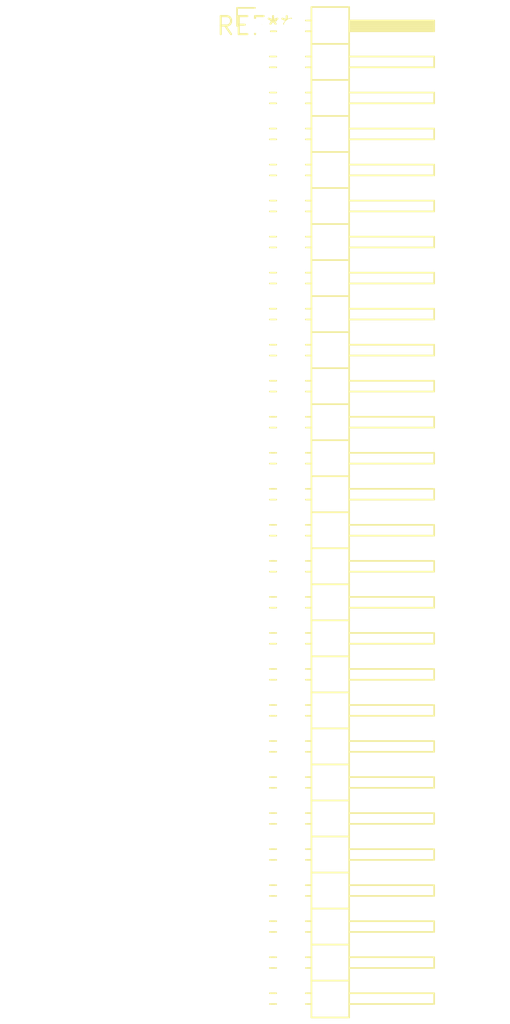
<source format=kicad_pcb>
(kicad_pcb (version 20240108) (generator pcbnew)
  (layers (0 "F.Cu" signal) (31 "B.Cu" signal) (34 "B.Paste" user) (35 "F.Paste" user) (36 "B.SilkS" user "B.Silkscreen") (37 "F.SilkS" user "F.Silkscreen") (38 "B.Mask" user) (39 "F.Mask" user) (44 "Edge.Cuts" user))
  (net 0 "")
  (footprint "PinHeader_2x28_P2.54mm_Horizontal" (layer "F.Cu") (at 0 0)
    (property "Reference" "REF**")
    (property "Value" "PinHeader_2x28_P2.54mm_Horizontal")
    (fp_line (start -1.27 -1.27) (end 0 -1.27) (layer "F.SilkS") (stroke (width 0.12)))
    (fp_line (start -1.27 0) (end -1.27 -1.27) (layer "F.SilkS") (stroke (width 0.12)))
    (fp_line (start 1.042929 2.16) (end 1.497071 2.16) (layer "F.SilkS") (stroke (width 0.12)))
    (fp_line (start 1.042929 2.92) (end 1.497071 2.92) (layer "F.SilkS") (stroke (width 0.12)))
    (fp_line (start 1.042929 4.7) (end 1.497071 4.7) (layer "F.SilkS") (stroke (width 0.12)))
    (fp_line (start 1.042929 5.46) (end 1.497071 5.46) (layer "F.SilkS") (stroke (width 0.12)))
    (fp_line (start 1.042929 7.24) (end 1.497071 7.24) (layer "F.SilkS") (stroke (width 0.12)))
    (fp_line (start 1.042929 8) (end 1.497071 8) (layer "F.SilkS") (stroke (width 0.12)))
    (fp_line (start 1.042929 9.78) (end 1.497071 9.78) (layer "F.SilkS") (stroke (width 0.12)))
    (fp_line (start 1.042929 10.54) (end 1.497071 10.54) (layer "F.SilkS") (stroke (width 0.12)))
    (fp_line (start 1.042929 12.32) (end 1.497071 12.32) (layer "F.SilkS") (stroke (width 0.12)))
    (fp_line (start 1.042929 13.08) (end 1.497071 13.08) (layer "F.SilkS") (stroke (width 0.12)))
    (fp_line (start 1.042929 14.86) (end 1.497071 14.86) (layer "F.SilkS") (stroke (width 0.12)))
    (fp_line (start 1.042929 15.62) (end 1.497071 15.62) (layer "F.SilkS") (stroke (width 0.12)))
    (fp_line (start 1.042929 17.4) (end 1.497071 17.4) (layer "F.SilkS") (stroke (width 0.12)))
    (fp_line (start 1.042929 18.16) (end 1.497071 18.16) (layer "F.SilkS") (stroke (width 0.12)))
    (fp_line (start 1.042929 19.94) (end 1.497071 19.94) (layer "F.SilkS") (stroke (width 0.12)))
    (fp_line (start 1.042929 20.7) (end 1.497071 20.7) (layer "F.SilkS") (stroke (width 0.12)))
    (fp_line (start 1.042929 22.48) (end 1.497071 22.48) (layer "F.SilkS") (stroke (width 0.12)))
    (fp_line (start 1.042929 23.24) (end 1.497071 23.24) (layer "F.SilkS") (stroke (width 0.12)))
    (fp_line (start 1.042929 25.02) (end 1.497071 25.02) (layer "F.SilkS") (stroke (width 0.12)))
    (fp_line (start 1.042929 25.78) (end 1.497071 25.78) (layer "F.SilkS") (stroke (width 0.12)))
    (fp_line (start 1.042929 27.56) (end 1.497071 27.56) (layer "F.SilkS") (stroke (width 0.12)))
    (fp_line (start 1.042929 28.32) (end 1.497071 28.32) (layer "F.SilkS") (stroke (width 0.12)))
    (fp_line (start 1.042929 30.1) (end 1.497071 30.1) (layer "F.SilkS") (stroke (width 0.12)))
    (fp_line (start 1.042929 30.86) (end 1.497071 30.86) (layer "F.SilkS") (stroke (width 0.12)))
    (fp_line (start 1.042929 32.64) (end 1.497071 32.64) (layer "F.SilkS") (stroke (width 0.12)))
    (fp_line (start 1.042929 33.4) (end 1.497071 33.4) (layer "F.SilkS") (stroke (width 0.12)))
    (fp_line (start 1.042929 35.18) (end 1.497071 35.18) (layer "F.SilkS") (stroke (width 0.12)))
    (fp_line (start 1.042929 35.94) (end 1.497071 35.94) (layer "F.SilkS") (stroke (width 0.12)))
    (fp_line (start 1.042929 37.72) (end 1.497071 37.72) (layer "F.SilkS") (stroke (width 0.12)))
    (fp_line (start 1.042929 38.48) (end 1.497071 38.48) (layer "F.SilkS") (stroke (width 0.12)))
    (fp_line (start 1.042929 40.26) (end 1.497071 40.26) (layer "F.SilkS") (stroke (width 0.12)))
    (fp_line (start 1.042929 41.02) (end 1.497071 41.02) (layer "F.SilkS") (stroke (width 0.12)))
    (fp_line (start 1.042929 42.8) (end 1.497071 42.8) (layer "F.SilkS") (stroke (width 0.12)))
    (fp_line (start 1.042929 43.56) (end 1.497071 43.56) (layer "F.SilkS") (stroke (width 0.12)))
    (fp_line (start 1.042929 45.34) (end 1.497071 45.34) (layer "F.SilkS") (stroke (width 0.12)))
    (fp_line (start 1.042929 46.1) (end 1.497071 46.1) (layer "F.SilkS") (stroke (width 0.12)))
    (fp_line (start 1.042929 47.88) (end 1.497071 47.88) (layer "F.SilkS") (stroke (width 0.12)))
    (fp_line (start 1.042929 48.64) (end 1.497071 48.64) (layer "F.SilkS") (stroke (width 0.12)))
    (fp_line (start 1.042929 50.42) (end 1.497071 50.42) (layer "F.SilkS") (stroke (width 0.12)))
    (fp_line (start 1.042929 51.18) (end 1.497071 51.18) (layer "F.SilkS") (stroke (width 0.12)))
    (fp_line (start 1.042929 52.96) (end 1.497071 52.96) (layer "F.SilkS") (stroke (width 0.12)))
    (fp_line (start 1.042929 53.72) (end 1.497071 53.72) (layer "F.SilkS") (stroke (width 0.12)))
    (fp_line (start 1.042929 55.5) (end 1.497071 55.5) (layer "F.SilkS") (stroke (width 0.12)))
    (fp_line (start 1.042929 56.26) (end 1.497071 56.26) (layer "F.SilkS") (stroke (width 0.12)))
    (fp_line (start 1.042929 58.04) (end 1.497071 58.04) (layer "F.SilkS") (stroke (width 0.12)))
    (fp_line (start 1.042929 58.8) (end 1.497071 58.8) (layer "F.SilkS") (stroke (width 0.12)))
    (fp_line (start 1.042929 60.58) (end 1.497071 60.58) (layer "F.SilkS") (stroke (width 0.12)))
    (fp_line (start 1.042929 61.34) (end 1.497071 61.34) (layer "F.SilkS") (stroke (width 0.12)))
    (fp_line (start 1.042929 63.12) (end 1.497071 63.12) (layer "F.SilkS") (stroke (width 0.12)))
    (fp_line (start 1.042929 63.88) (end 1.497071 63.88) (layer "F.SilkS") (stroke (width 0.12)))
    (fp_line (start 1.042929 65.66) (end 1.497071 65.66) (layer "F.SilkS") (stroke (width 0.12)))
    (fp_line (start 1.042929 66.42) (end 1.497071 66.42) (layer "F.SilkS") (stroke (width 0.12)))
    (fp_line (start 1.042929 68.2) (end 1.497071 68.2) (layer "F.SilkS") (stroke (width 0.12)))
    (fp_line (start 1.042929 68.96) (end 1.497071 68.96) (layer "F.SilkS") (stroke (width 0.12)))
    (fp_line (start 1.11 -0.38) (end 1.497071 -0.38) (layer "F.SilkS") (stroke (width 0.12)))
    (fp_line (start 1.11 0.38) (end 1.497071 0.38) (layer "F.SilkS") (stroke (width 0.12)))
    (fp_line (start 3.582929 -0.38) (end 3.98 -0.38) (layer "F.SilkS") (stroke (width 0.12)))
    (fp_line (start 3.582929 0.38) (end 3.98 0.38) (layer "F.SilkS") (stroke (width 0.12)))
    (fp_line (start 3.582929 2.16) (end 3.98 2.16) (layer "F.SilkS") (stroke (width 0.12)))
    (fp_line (start 3.582929 2.92) (end 3.98 2.92) (layer "F.SilkS") (stroke (width 0.12)))
    (fp_line (start 3.582929 4.7) (end 3.98 4.7) (layer "F.SilkS") (stroke (width 0.12)))
    (fp_line (start 3.582929 5.46) (end 3.98 5.46) (layer "F.SilkS") (stroke (width 0.12)))
    (fp_line (start 3.582929 7.24) (end 3.98 7.24) (layer "F.SilkS") (stroke (width 0.12)))
    (fp_line (start 3.582929 8) (end 3.98 8) (layer "F.SilkS") (stroke (width 0.12)))
    (fp_line (start 3.582929 9.78) (end 3.98 9.78) (layer "F.SilkS") (stroke (width 0.12)))
    (fp_line (start 3.582929 10.54) (end 3.98 10.54) (layer "F.SilkS") (stroke (width 0.12)))
    (fp_line (start 3.582929 12.32) (end 3.98 12.32) (layer "F.SilkS") (stroke (width 0.12)))
    (fp_line (start 3.582929 13.08) (end 3.98 13.08) (layer "F.SilkS") (stroke (width 0.12)))
    (fp_line (start 3.582929 14.86) (end 3.98 14.86) (layer "F.SilkS") (stroke (width 0.12)))
    (fp_line (start 3.582929 15.62) (end 3.98 15.62) (layer "F.SilkS") (stroke (width 0.12)))
    (fp_line (start 3.582929 17.4) (end 3.98 17.4) (layer "F.SilkS") (stroke (width 0.12)))
    (fp_line (start 3.582929 18.16) (end 3.98 18.16) (layer "F.SilkS") (stroke (width 0.12)))
    (fp_line (start 3.582929 19.94) (end 3.98 19.94) (layer "F.SilkS") (stroke (width 0.12)))
    (fp_line (start 3.582929 20.7) (end 3.98 20.7) (layer "F.SilkS") (stroke (width 0.12)))
    (fp_line (start 3.582929 22.48) (end 3.98 22.48) (layer "F.SilkS") (stroke (width 0.12)))
    (fp_line (start 3.582929 23.24) (end 3.98 23.24) (layer "F.SilkS") (stroke (width 0.12)))
    (fp_line (start 3.582929 25.02) (end 3.98 25.02) (layer "F.SilkS") (stroke (width 0.12)))
    (fp_line (start 3.582929 25.78) (end 3.98 25.78) (layer "F.SilkS") (stroke (width 0.12)))
    (fp_line (start 3.582929 27.56) (end 3.98 27.56) (layer "F.SilkS") (stroke (width 0.12)))
    (fp_line (start 3.582929 28.32) (end 3.98 28.32) (layer "F.SilkS") (stroke (width 0.12)))
    (fp_line (start 3.582929 30.1) (end 3.98 30.1) (layer "F.SilkS") (stroke (width 0.12)))
    (fp_line (start 3.582929 30.86) (end 3.98 30.86) (layer "F.SilkS") (stroke (width 0.12)))
    (fp_line (start 3.582929 32.64) (end 3.98 32.64) (layer "F.SilkS") (stroke (width 0.12)))
    (fp_line (start 3.582929 33.4) (end 3.98 33.4) (layer "F.SilkS") (stroke (width 0.12)))
    (fp_line (start 3.582929 35.18) (end 3.98 35.18) (layer "F.SilkS") (stroke (width 0.12)))
    (fp_line (start 3.582929 35.94) (end 3.98 35.94) (layer "F.SilkS") (stroke (width 0.12)))
    (fp_line (start 3.582929 37.72) (end 3.98 37.72) (layer "F.SilkS") (stroke (width 0.12)))
    (fp_line (start 3.582929 38.48) (end 3.98 38.48) (layer "F.SilkS") (stroke (width 0.12)))
    (fp_line (start 3.582929 40.26) (end 3.98 40.26) (layer "F.SilkS") (stroke (width 0.12)))
    (fp_line (start 3.582929 41.02) (end 3.98 41.02) (layer "F.SilkS") (stroke (width 0.12)))
    (fp_line (start 3.582929 42.8) (end 3.98 42.8) (layer "F.SilkS") (stroke (width 0.12)))
    (fp_line (start 3.582929 43.56) (end 3.98 43.56) (layer "F.SilkS") (stroke (width 0.12)))
    (fp_line (start 3.582929 45.34) (end 3.98 45.34) (layer "F.SilkS") (stroke (width 0.12)))
    (fp_line (start 3.582929 46.1) (end 3.98 46.1) (layer "F.SilkS") (stroke (width 0.12)))
    (fp_line (start 3.582929 47.88) (end 3.98 47.88) (layer "F.SilkS") (stroke (width 0.12)))
    (fp_line (start 3.582929 48.64) (end 3.98 48.64) (layer "F.SilkS") (stroke (width 0.12)))
    (fp_line (start 3.582929 50.42) (end 3.98 50.42) (layer "F.SilkS") (stroke (width 0.12)))
    (fp_line (start 3.582929 51.18) (end 3.98 51.18) (layer "F.SilkS") (stroke (width 0.12)))
    (fp_line (start 3.582929 52.96) (end 3.98 52.96) (layer "F.SilkS") (stroke (width 0.12)))
    (fp_line (start 3.582929 53.72) (end 3.98 53.72) (layer "F.SilkS") (stroke (width 0.12)))
    (fp_line (start 3.582929 55.5) (end 3.98 55.5) (layer "F.SilkS") (stroke (width 0.12)))
    (fp_line (start 3.582929 56.26) (end 3.98 56.26) (layer "F.SilkS") (stroke (width 0.12)))
    (fp_line (start 3.582929 58.04) (end 3.98 58.04) (layer "F.SilkS") (stroke (width 0.12)))
    (fp_line (start 3.582929 58.8) (end 3.98 58.8) (layer "F.SilkS") (stroke (width 0.12)))
    (fp_line (start 3.582929 60.58) (end 3.98 60.58) (layer "F.SilkS") (stroke (width 0.12)))
    (fp_line (start 3.582929 61.34) (end 3.98 61.34) (layer "F.SilkS") (stroke (width 0.12)))
    (fp_line (start 3.582929 63.12) (end 3.98 63.12) (layer "F.SilkS") (stroke (width 0.12)))
    (fp_line (start 3.582929 63.88) (end 3.98 63.88) (layer "F.SilkS") (stroke (width 0.12)))
    (fp_line (start 3.582929 65.66) (end 3.98 65.66) (layer "F.SilkS") (stroke (width 0.12)))
    (fp_line (start 3.582929 66.42) (end 3.98 66.42) (layer "F.SilkS") (stroke (width 0.12)))
    (fp_line (start 3.582929 68.2) (end 3.98 68.2) (layer "F.SilkS") (stroke (width 0.12)))
    (fp_line (start 3.582929 68.96) (end 3.98 68.96) (layer "F.SilkS") (stroke (width 0.12)))
    (fp_line (start 3.98 -1.33) (end 3.98 69.91) (layer "F.SilkS") (stroke (width 0.12)))
    (fp_line (start 3.98 1.27) (end 6.64 1.27) (layer "F.SilkS") (stroke (width 0.12)))
    (fp_line (start 3.98 3.81) (end 6.64 3.81) (layer "F.SilkS") (stroke (width 0.12)))
    (fp_line (start 3.98 6.35) (end 6.64 6.35) (layer "F.SilkS") (stroke (width 0.12)))
    (fp_line (start 3.98 8.89) (end 6.64 8.89) (layer "F.SilkS") (stroke (width 0.12)))
    (fp_line (start 3.98 11.43) (end 6.64 11.43) (layer "F.SilkS") (stroke (width 0.12)))
    (fp_line (start 3.98 13.97) (end 6.64 13.97) (layer "F.SilkS") (stroke (width 0.12)))
    (fp_line (start 3.98 16.51) (end 6.64 16.51) (layer "F.SilkS") (stroke (width 0.12)))
    (fp_line (start 3.98 19.05) (end 6.64 19.05) (layer "F.SilkS") (stroke (width 0.12)))
    (fp_line (start 3.98 21.59) (end 6.64 21.59) (layer "F.SilkS") (stroke (width 0.12)))
    (fp_line (start 3.98 24.13) (end 6.64 24.13) (layer "F.SilkS") (stroke (width 0.12)))
    (fp_line (start 3.98 26.67) (end 6.64 26.67) (layer "F.SilkS") (stroke (width 0.12)))
    (fp_line (start 3.98 29.21) (end 6.64 29.21) (layer "F.SilkS") (stroke (width 0.12)))
    (fp_line (start 3.98 31.75) (end 6.64 31.75) (layer "F.SilkS") (stroke (width 0.12)))
    (fp_line (start 3.98 34.29) (end 6.64 34.29) (layer "F.SilkS") (stroke (width 0.12)))
    (fp_line (start 3.98 36.83) (end 6.64 36.83) (layer "F.SilkS") (stroke (width 0.12)))
    (fp_line (start 3.98 39.37) (end 6.64 39.37) (layer "F.SilkS") (stroke (width 0.12)))
    (fp_line (start 3.98 41.91) (end 6.64 41.91) (layer "F.SilkS") (stroke (width 0.12)))
    (fp_line (start 3.98 44.45) (end 6.64 44.45) (layer "F.SilkS") (stroke (width 0.12)))
    (fp_line (start 3.98 46.99) (end 6.64 46.99) (layer "F.SilkS") (stroke (width 0.12)))
    (fp_line (start 3.98 49.53) (end 6.64 49.53) (layer "F.SilkS") (stroke (width 0.12)))
    (fp_line (start 3.98 52.07) (end 6.64 52.07) (layer "F.SilkS") (stroke (width 0.12)))
    (fp_line (start 3.98 54.61) (end 6.64 54.61) (layer "F.SilkS") (stroke (width 0.12)))
    (fp_line (start 3.98 57.15) (end 6.64 57.15) (layer "F.SilkS") (stroke (width 0.12)))
    (fp_line (start 3.98 59.69) (end 6.64 59.69) (layer "F.SilkS") (stroke (width 0.12)))
    (fp_line (start 3.98 62.23) (end 6.64 62.23) (layer "F.SilkS") (stroke (width 0.12)))
    (fp_line (start 3.98 64.77) (end 6.64 64.77) (layer "F.SilkS") (stroke (width 0.12)))
    (fp_line (start 3.98 67.31) (end 6.64 67.31) (layer "F.SilkS") (stroke (width 0.12)))
    (fp_line (start 3.98 69.91) (end 6.64 69.91) (layer "F.SilkS") (stroke (width 0.12)))
    (fp_line (start 6.64 -1.33) (end 3.98 -1.33) (layer "F.SilkS") (stroke (width 0.12)))
    (fp_line (start 6.64 -0.38) (end 12.64 -0.38) (layer "F.SilkS") (stroke (width 0.12)))
    (fp_line (start 6.64 -0.32) (end 12.64 -0.32) (layer "F.SilkS") (stroke (width 0.12)))
    (fp_line (start 6.64 -0.2) (end 12.64 -0.2) (layer "F.SilkS") (stroke (width 0.12)))
    (fp_line (start 6.64 -0.08) (end 12.64 -0.08) (layer "F.SilkS") (stroke (width 0.12)))
    (fp_line (start 6.64 0.04) (end 12.64 0.04) (layer "F.SilkS") (stroke (width 0.12)))
    (fp_line (start 6.64 0.16) (end 12.64 0.16) (layer "F.SilkS") (stroke (width 0.12)))
    (fp_line (start 6.64 0.28) (end 12.64 0.28) (layer "F.SilkS") (stroke (width 0.12)))
    (fp_line (start 6.64 2.16) (end 12.64 2.16) (layer "F.SilkS") (stroke (width 0.12)))
    (fp_line (start 6.64 4.7) (end 12.64 4.7) (layer "F.SilkS") (stroke (width 0.12)))
    (fp_line (start 6.64 7.24) (end 12.64 7.24) (layer "F.SilkS") (stroke (width 0.12)))
    (fp_line (start 6.64 9.78) (end 12.64 9.78) (layer "F.SilkS") (stroke (width 0.12)))
    (fp_line (start 6.64 12.32) (end 12.64 12.32) (layer "F.SilkS") (stroke (width 0.12)))
    (fp_line (start 6.64 14.86) (end 12.64 14.86) (layer "F.SilkS") (stroke (width 0.12)))
    (fp_line (start 6.64 17.4) (end 12.64 17.4) (layer "F.SilkS") (stroke (width 0.12)))
    (fp_line (start 6.64 19.94) (end 12.64 19.94) (layer "F.SilkS") (stroke (width 0.12)))
    (fp_line (start 6.64 22.48) (end 12.64 22.48) (layer "F.SilkS") (stroke (width 0.12)))
    (fp_line (start 6.64 25.02) (end 12.64 25.02) (layer "F.SilkS") (stroke (width 0.12)))
    (fp_line (start 6.64 27.56) (end 12.64 27.56) (layer "F.SilkS") (stroke (width 0.12)))
    (fp_line (start 6.64 30.1) (end 12.64 30.1) (layer "F.SilkS") (stroke (width 0.12)))
    (fp_line (start 6.64 32.64) (end 12.64 32.64) (layer "F.SilkS") (stroke (width 0.12)))
    (fp_line (start 6.64 35.18) (end 12.64 35.18) (layer "F.SilkS") (stroke (width 0.12)))
    (fp_line (start 6.64 37.72) (end 12.64 37.72) (layer "F.SilkS") (stroke (width 0.12)))
    (fp_line (start 6.64 40.26) (end 12.64 40.26) (layer "F.SilkS") (stroke (width 0.12)))
    (fp_line (start 6.64 42.8) (end 12.64 42.8) (layer "F.SilkS") (stroke (width 0.12)))
    (fp_line (start 6.64 45.34) (end 12.64 45.34) (layer "F.SilkS") (stroke (width 0.12)))
    (fp_line (start 6.64 47.88) (end 12.64 47.88) (layer "F.SilkS") (stroke (width 0.12)))
    (fp_line (start 6.64 50.42) (end 12.64 50.42) (layer "F.SilkS") (stroke (width 0.12)))
    (fp_line (start 6.64 52.96) (end 12.64 52.96) (layer "F.SilkS") (stroke (width 0.12)))
    (fp_line (start 6.64 55.5) (end 12.64 55.5) (layer "F.SilkS") (stroke (width 0.12)))
    (fp_line (start 6.64 58.04) (end 12.64 58.04) (layer "F.SilkS") (stroke (width 0.12)))
    (fp_line (start 6.64 60.58) (end 12.64 60.58) (layer "F.SilkS") (stroke (width 0.12)))
    (fp_line (start 6.64 63.12) (end 12.64 63.12) (layer "F.SilkS") (stroke (width 0.12)))
    (fp_line (start 6.64 65.66) (end 12.64 65.66) (layer "F.SilkS") (stroke (width 0.12)))
    (fp_line (start 6.64 68.2) (end 12.64 68.2) (layer "F.SilkS") (stroke (width 0.12)))
    (fp_line (start 6.64 69.91) (end 6.64 -1.33) (layer "F.SilkS") (stroke (width 0.12)))
    (fp_line (start 12.64 -0.38) (end 12.64 0.38) (layer "F.SilkS") (stroke (width 0.12)))
    (fp_line (start 12.64 0.38) (end 6.64 0.38) (layer "F.SilkS") (stroke (width 0.12)))
    (fp_line (start 12.64 2.16) (end 12.64 2.92) (layer "F.SilkS") (stroke (width 0.12)))
    (fp_line (start 12.64 2.92) (end 6.64 2.92) (layer "F.SilkS") (stroke (width 0.12)))
    (fp_line (start 12.64 4.7) (end 12.64 5.46) (layer "F.SilkS") (stroke (width 0.12)))
    (fp_line (start 12.64 5.46) (end 6.64 5.46) (layer "F.SilkS") (stroke (width 0.12)))
    (fp_line (start 12.64 7.24) (end 12.64 8) (layer "F.SilkS") (stroke (width 0.12)))
    (fp_line (start 12.64 8) (end 6.64 8) (layer "F.SilkS") (stroke (width 0.12)))
    (fp_line (start 12.64 9.78) (end 12.64 10.54) (layer "F.SilkS") (stroke (width 0.12)))
    (fp_line (start 12.64 10.54) (end 6.64 10.54) (layer "F.SilkS") (stroke (width 0.12)))
    (fp_line (start 12.64 12.32) (end 12.64 13.08) (layer "F.SilkS") (stroke (width 0.12)))
    (fp_line (start 12.64 13.08) (end 6.64 13.08) (layer "F.SilkS") (stroke (width 0.12)))
    (fp_line (start 12.64 14.86) (end 12.64 15.62) (layer "F.SilkS") (stroke (width 0.12)))
    (fp_line (start 12.64 15.62) (end 6.64 15.62) (layer "F.SilkS") (stroke (width 0.12)))
    (fp_line (start 12.64 17.4) (end 12.64 18.16) (layer "F.SilkS") (stroke (width 0.12)))
    (fp_line (start 12.64 18.16) (end 6.64 18.16) (layer "F.SilkS") (stroke (width 0.12)))
    (fp_line (start 12.64 19.94) (end 12.64 20.7) (layer "F.SilkS") (stroke (width 0.12)))
    (fp_line (start 12.64 20.7) (end 6.64 20.7) (layer "F.SilkS") (stroke (width 0.12)))
    (fp_line (start 12.64 22.48) (end 12.64 23.24) (layer "F.SilkS") (stroke (width 0.12)))
    (fp_line (start 12.64 23.24) (end 6.64 23.24) (layer "F.SilkS") (stroke (width 0.12)))
    (fp_line (start 12.64 25.02) (end 12.64 25.78) (layer "F.SilkS") (stroke (width 0.12)))
    (fp_line (start 12.64 25.78) (end 6.64 25.78) (layer "F.SilkS") (stroke (width 0.12)))
    (fp_line (start 12.64 27.56) (end 12.64 28.32) (layer "F.SilkS") (stroke (width 0.12)))
    (fp_line (start 12.64 28.32) (end 6.64 28.32) (layer "F.SilkS") (stroke (width 0.12)))
    (fp_line (start 12.64 30.1) (end 12.64 30.86) (layer "F.SilkS") (stroke (width 0.12)))
    (fp_line (start 12.64 30.86) (end 6.64 30.86) (layer "F.SilkS") (stroke (width 0.12)))
    (fp_line (start 12.64 32.64) (end 12.64 33.4) (layer "F.SilkS") (stroke (width 0.12)))
    (fp_line (start 12.64 33.4) (end 6.64 33.4) (layer "F.SilkS") (stroke (width 0.12)))
    (fp_line (start 12.64 35.18) (end 12.64 35.94) (layer "F.SilkS") (stroke (width 0.12)))
    (fp_line (start 12.64 35.94) (end 6.64 35.94) (layer "F.SilkS") (stroke (width 0.12)))
    (fp_line (start 12.64 37.72) (end 12.64 38.48) (layer "F.SilkS") (stroke (width 0.12)))
    (fp_line (start 12.64 38.48) (end 6.64 38.48) (layer "F.SilkS") (stroke (width 0.12)))
    (fp_line (start 12.64 40.26) (end 12.64 41.02) (layer "F.SilkS") (stroke (width 0.12)))
    (fp_line (start 12.64 41.02) (end 6.64 41.02) (layer "F.SilkS") (stroke (width 0.12)))
    (fp_line (start 12.64 42.8) (end 12.64 43.56) (layer "F.SilkS") (stroke (width 0.12)))
    (fp_line (start 12.64 43.56) (end 6.64 43.56) (layer "F.SilkS") (stroke (width 0.12)))
    (fp_line (start 12.64 45.34) (end 12.64 46.1) (layer "F.SilkS") (stroke (width 0.12)))
    (fp_line (start 12.64 46.1) (end 6.64 46.1) (layer "F.SilkS") (stroke (width 0.12)))
    (fp_line (start 12.64 47.88) (end 12.64 48.64) (layer "F.SilkS") (stroke (width 0.12)))
    (fp_line (start 12.64 48.64) (end 6.64 48.64) (layer "F.SilkS") (stroke (width 0.12)))
    (fp_line (start 12.64 50.42) (end 12.64 51.18) (layer "F.SilkS") (stroke (width 0.12)))
    (fp_line (start 12.64 51.18) (end 6.64 51.18) (layer "F.SilkS") (stroke (width 0.12)))
    (fp_line (start 12.64 52.96) (end 12.64 53.72) (layer "F.SilkS") (stroke (width 0.12)))
    (fp_line (start 12.64 53.72) (end 6.64 53.72) (layer "F.SilkS") (stroke (width 0.12)))
    (fp_line (start 12.64 55.5) (end 12.64 56.26) (layer "F.SilkS") (stroke (width 0.12)))
    (fp_line (start 12.64 56.26) (end 6.64 56.26) (layer "F.SilkS") (stroke (width 0.12)))
    (fp_line (start 12.64 58.04) (end 12.64 58.8) (layer "F.SilkS") (stroke (width 0.12)))
    (fp_line (start 12.64 58.8) (end 6.64 58.8) (layer "F.SilkS") (stroke (width 0.12)))
    (fp_line (start 12.64 60.58) (end 12.64 61.34) (layer "F.SilkS") (stroke (width 0.12)))
    (fp_line (start 12.64 61.34) (end 6.64 61.34) (layer "F.SilkS") (stroke (width 0.12)))
    (fp_line (start 12.64 63.12) (end 12.64 63.88) (layer "F.SilkS") (stroke (width 0.12)))
    (fp_line (start 12.64 63.88) (end 6.64 63.88) (layer "F.SilkS") (stroke (width 0.12)))
    (fp_line (start 12.64 65.66) (end 12.64 66.42) (layer "F.SilkS") (stroke (width 0.12)))
    (fp_line (start 12.64 66.42) (end 6.64 66.42) (layer "F.SilkS") (stroke (width 0.12)))
    (fp_line (start 12.64 68.2) (end 12.64 68.96) (layer "F.SilkS") (stroke (width 0.12)))
    (fp_line (start 12.64 68.96) (end 6.64 68.96) (layer "F.SilkS") (stroke (width 0.12)))
    (pad "1" thru_hole rect (at 0 0) (size 1.7 1.7) (drill 1) (layers *.Cu *.Mask) (remove_unused_layers))
    (pad "2" thru_hole oval (at 2.54 0) (size 1.7 1.7) (drill 1) (layers *.Cu *.Mask) (remove_unused_layers))
    (pad "3" thru_hole oval (at 0 2.54) (size 1.7 1.7) (drill 1) (layers *.Cu *.Mask) (remove_unused_layers))
    (pad "4" thru_hole oval (at 2.54 2.54) (size 1.7 1.7) (drill 1) (layers *.Cu *.Mask) (remove_unused_layers))
    (pad "5" thru_hole oval (at 0 5.08) (size 1.7 1.7) (drill 1) (layers *.Cu *.Mask) (remove_unused_layers))
    (pad "6" thru_hole oval (at 2.54 5.08) (size 1.7 1.7) (drill 1) (layers *.Cu *.Mask) (remove_unused_layers))
    (pad "7" thru_hole oval (at 0 7.62) (size 1.7 1.7) (drill 1) (layers *.Cu *.Mask) (remove_unused_layers))
    (pad "8" thru_hole oval (at 2.54 7.62) (size 1.7 1.7) (drill 1) (layers *.Cu *.Mask) (remove_unused_layers))
    (pad "9" thru_hole oval (at 0 10.16) (size 1.7 1.7) (drill 1) (layers *.Cu *.Mask) (remove_unused_layers))
    (pad "10" thru_hole oval (at 2.54 10.16) (size 1.7 1.7) (drill 1) (layers *.Cu *.Mask) (remove_unused_layers))
    (pad "11" thru_hole oval (at 0 12.7) (size 1.7 1.7) (drill 1) (layers *.Cu *.Mask) (remove_unused_layers))
    (pad "12" thru_hole oval (at 2.54 12.7) (size 1.7 1.7) (drill 1) (layers *.Cu *.Mask) (remove_unused_layers))
    (pad "13" thru_hole oval (at 0 15.24) (size 1.7 1.7) (drill 1) (layers *.Cu *.Mask) (remove_unused_layers))
    (pad "14" thru_hole oval (at 2.54 15.24) (size 1.7 1.7) (drill 1) (layers *.Cu *.Mask) (remove_unused_layers))
    (pad "15" thru_hole oval (at 0 17.78) (size 1.7 1.7) (drill 1) (layers *.Cu *.Mask) (remove_unused_layers))
    (pad "16" thru_hole oval (at 2.54 17.78) (size 1.7 1.7) (drill 1) (layers *.Cu *.Mask) (remove_unused_layers))
    (pad "17" thru_hole oval (at 0 20.32) (size 1.7 1.7) (drill 1) (layers *.Cu *.Mask) (remove_unused_layers))
    (pad "18" thru_hole oval (at 2.54 20.32) (size 1.7 1.7) (drill 1) (layers *.Cu *.Mask) (remove_unused_layers))
    (pad "19" thru_hole oval (at 0 22.86) (size 1.7 1.7) (drill 1) (layers *.Cu *.Mask) (remove_unused_layers))
    (pad "20" thru_hole oval (at 2.54 22.86) (size 1.7 1.7) (drill 1) (layers *.Cu *.Mask) (remove_unused_layers))
    (pad "21" thru_hole oval (at 0 25.4) (size 1.7 1.7) (drill 1) (layers *.Cu *.Mask) (remove_unused_layers))
    (pad "22" thru_hole oval (at 2.54 25.4) (size 1.7 1.7) (drill 1) (layers *.Cu *.Mask) (remove_unused_layers))
    (pad "23" thru_hole oval (at 0 27.94) (size 1.7 1.7) (drill 1) (layers *.Cu *.Mask) (remove_unused_layers))
    (pad "24" thru_hole oval (at 2.54 27.94) (size 1.7 1.7) (drill 1) (layers *.Cu *.Mask) (remove_unused_layers))
    (pad "25" thru_hole oval (at 0 30.48) (size 1.7 1.7) (drill 1) (layers *.Cu *.Mask) (remove_unused_layers))
    (pad "26" thru_hole oval (at 2.54 30.48) (size 1.7 1.7) (drill 1) (layers *.Cu *.Mask) (remove_unused_layers))
    (pad "27" thru_hole oval (at 0 33.02) (size 1.7 1.7) (drill 1) (layers *.Cu *.Mask) (remove_unused_layers))
    (pad "28" thru_hole oval (at 2.54 33.02) (size 1.7 1.7) (drill 1) (layers *.Cu *.Mask) (remove_unused_layers))
    (pad "29" thru_hole oval (at 0 35.56) (size 1.7 1.7) (drill 1) (layers *.Cu *.Mask) (remove_unused_layers))
    (pad "30" thru_hole oval (at 2.54 35.56) (size 1.7 1.7) (drill 1) (layers *.Cu *.Mask) (remove_unused_layers))
    (pad "31" thru_hole oval (at 0 38.1) (size 1.7 1.7) (drill 1) (layers *.Cu *.Mask) (remove_unused_layers))
    (pad "32" thru_hole oval (at 2.54 38.1) (size 1.7 1.7) (drill 1) (layers *.Cu *.Mask) (remove_unused_layers))
    (pad "33" thru_hole oval (at 0 40.64) (size 1.7 1.7) (drill 1) (layers *.Cu *.Mask) (remove_unused_layers))
    (pad "34" thru_hole oval (at 2.54 40.64) (size 1.7 1.7) (drill 1) (layers *.Cu *.Mask) (remove_unused_layers))
    (pad "35" thru_hole oval (at 0 43.18) (size 1.7 1.7) (drill 1) (layers *.Cu *.Mask) (remove_unused_layers))
    (pad "36" thru_hole oval (at 2.54 43.18) (size 1.7 1.7) (drill 1) (layers *.Cu *.Mask) (remove_unused_layers))
    (pad "37" thru_hole oval (at 0 45.72) (size 1.7 1.7) (drill 1) (layers *.Cu *.Mask) (remove_unused_layers))
    (pad "38" thru_hole oval (at 2.54 45.72) (size 1.7 1.7) (drill 1) (layers *.Cu *.Mask) (remove_unused_layers))
    (pad "39" thru_hole oval (at 0 48.26) (size 1.7 1.7) (drill 1) (layers *.Cu *.Mask) (remove_unused_layers))
    (pad "40" thru_hole oval (at 2.54 48.26) (size 1.7 1.7) (drill 1) (layers *.Cu *.Mask) (remove_unused_layers))
    (pad "41" thru_hole oval (at 0 50.8) (size 1.7 1.7) (drill 1) (layers *.Cu *.Mask) (remove_unused_layers))
    (pad "42" thru_hole oval (at 2.54 50.8) (size 1.7 1.7) (drill 1) (layers *.Cu *.Mask) (remove_unused_layers))
    (pad "43" thru_hole oval (at 0 53.34) (size 1.7 1.7) (drill 1) (layers *.Cu *.Mask) (remove_unused_layers))
    (pad "44" thru_hole oval (at 2.54 53.34) (size 1.7 1.7) (drill 1) (layers *.Cu *.Mask) (remove_unused_layers))
    (pad "45" thru_hole oval (at 0 55.88) (size 1.7 1.7) (drill 1) (layers *.Cu *.Mask) (remove_unused_layers))
    (pad "46" thru_hole oval (at 2.54 55.88) (size 1.7 1.7) (drill 1) (layers *.Cu *.Mask) (remove_unused_layers))
    (pad "47" thru_hole oval (at 0 58.42) (size 1.7 1.7) (drill 1) (layers *.Cu *.Mask) (remove_unused_layers))
    (pad "48" thru_hole oval (at 2.54 58.42) (size 1.7 1.7) (drill 1) (layers *.Cu *.Mask) (remove_unused_layers))
    (pad "49" thru_hole oval (at 0 60.96) (size 1.7 1.7) (drill 1) (layers *.Cu *.Mask) (remove_unused_layers))
    (pad "50" thru_hole oval (at 2.54 60.96) (size 1.7 1.7) (drill 1) (layers *.Cu *.Mask) (remove_unused_layers))
    (pad "51" thru_hole oval (at 0 63.5) (size 1.7 1.7) (drill 1) (layers *.Cu *.Mask) (remove_unused_layers))
    (pad "52" thru_hole oval (at 2.54 63.5) (size 1.7 1.7) (drill 1) (layers *.Cu *.Mask) (remove_unused_layers))
    (pad "53" thru_hole oval (at 0 66.04) (size 1.7 1.7) (drill 1) (layers *.Cu *.Mask) (remove_unused_layers))
    (pad "54" thru_hole oval (at 2.54 66.04) (size 1.7 1.7) (drill 1) (layers *.Cu *.Mask) (remove_unused_layers))
    (pad "55" thru_hole oval (at 0 68.58) (size 1.7 1.7) (drill 1) (layers *.Cu *.Mask) (remove_unused_layers))
    (pad "56" thru_hole oval (at 2.54 68.58) (size 1.7 1.7) (drill 1) (layers *.Cu *.Mask) (remove_unused_layers))
  )
)
</source>
